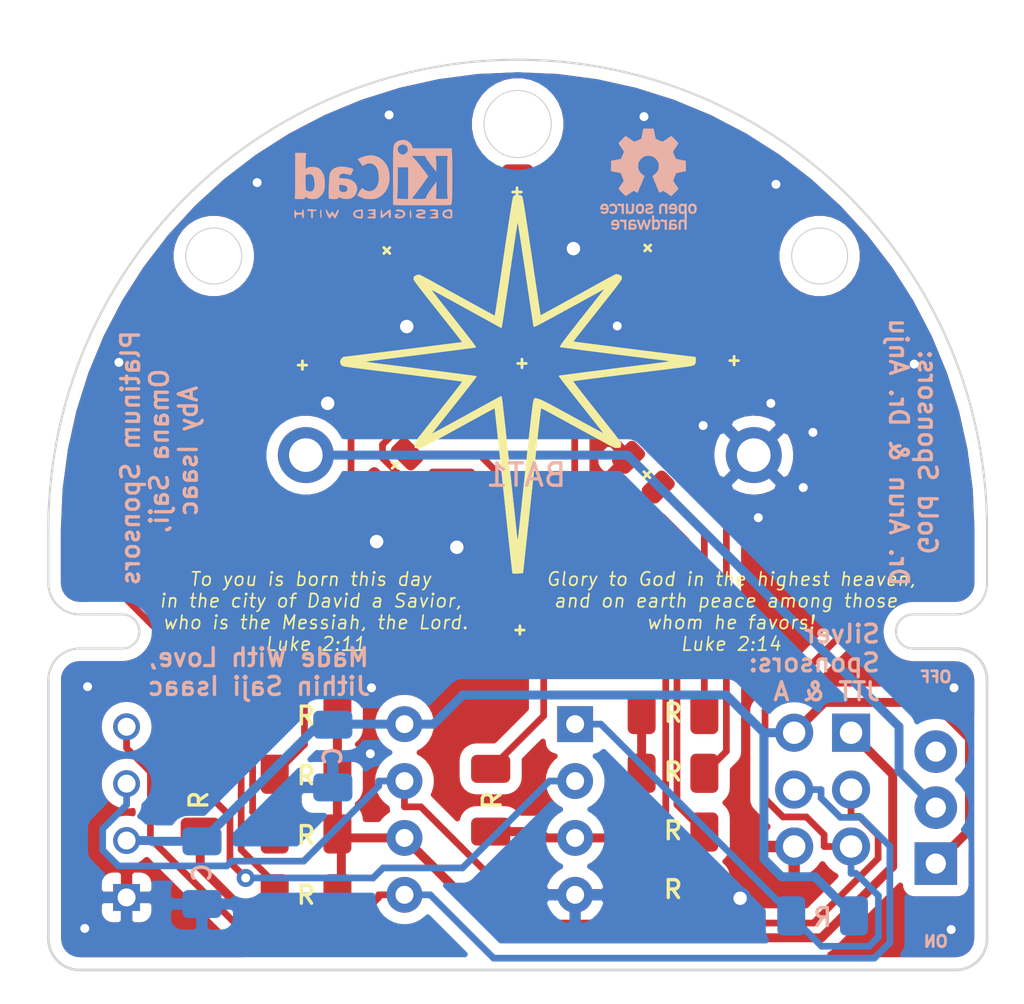
<source format=kicad_pcb>
(kicad_pcb (version 20171130) (host pcbnew "(5.1.4)-1")
  (title_block (title "Electronic Badge for Christmas Gift") (date 2019-11-25) (rev V1) (company "Don Bosco Institute of Technology") (comment 1 "Jithin Saji Isaac"))
  (layers (0 F.Cu mixed) (31 B.Cu mixed) (34 B.Paste user) (35 F.Paste user) (36 B.SilkS user) (37 F.SilkS user) (38 B.Mask user) (39 F.Mask user) (44 Edge.Cuts user))
  (net 0 "")
  (net 1 /GND)
  (net 2 /+VBAT)
  (net 3 "Net-(D1-Pad2)")
  (net 4 "Net-(D2-Pad2)")
  (net 5 "Net-(D3-Pad2)")
  (net 6 "Net-(D4-Pad2)")
  (net 7 "Net-(D5-Pad2)")
  (net 8 "Net-(D6-Pad2)")
  (net 9 "Net-(D7-Pad2)")
  (net 10 "Net-(D8-Pad2)")
  (net 11 "Net-(D9-Pad2)")
  (net 12 "Net-(D10-Pad2)")
  (net 13 +3V0)
  (net 14 /SCL)
  (net 15 /SDA)
  (net 16 /STAR_LAYER_1)
  (net 17 /STAR_LAYER_2)
  (net 18 "Net-(SW2-Pad1)")
  (net 19 /RST)
  (module JithinIsaac_Footprints:OSHW_Logo_4.3x4.5mm (layer B.Cu) (at 145.796 80.518 180)
    (fp_text reference G*** hide)
    (fp_text value LOGO hide)
  )
  (module JithinIsaac_Footprints:KiCad-Logo2_8X4mm_SilkScreen (layer B.Cu) (at 133.5532 80.514925 180)
    (fp_text reference G*** hide)
    (fp_text value LOGO hide)
  )
  (module JithinIsaac_Footprints:C_1206_3216Metric (layer B.Cu) (at 131.699 106.274 270)
    (fp_text reference C1)
    (fp_text value C (at 0 0 270) (layer B.SilkS) (effects (font (size 0.8 0.8)) (justify mirror)))
    (pad 2 smd roundrect (at 1.4 0 270) (size 1.25 1.75) (layers B.Cu B.Paste B.Mask) (roundrect_rratio 0.2) (net 1 /GND))
    (pad 1 smd roundrect (at -1.4 0 270) (size 1.25 1.75) (layers B.Cu B.Paste B.Mask) (roundrect_rratio 0.2) (net 13 +3V0))
  )
  (module JithinIsaac_Footprints:C_1206_3216Metric (layer B.Cu) (at 125.857 111.481 270)
    (fp_text reference C2)
    (fp_text value C (at 0 0 270) (layer B.SilkS) (effects (font (size 0.8 0.8)) (justify mirror)))
    (pad 2 smd roundrect (at 1.4 0 270) (size 1.25 1.75) (layers B.Cu B.Paste B.Mask) (roundrect_rratio 0.2) (net 1 /GND))
    (pad 1 smd roundrect (at -1.4 0 270) (size 1.25 1.75) (layers B.Cu B.Paste B.Mask) (roundrect_rratio 0.2) (net 13 +3V0))
  )
  (module JithinIsaac_Footprints:OLED_128x32_Module_IJS_V1 (layer F.Cu) (at 134.366 107.696)
    (fp_text reference DS1)
    (fp_text value OLED_128x32_Module_IJS_V1)
    (pad 4 thru_hole oval (at -11.8745 -2.7305 90) (size 1.2 1.2) (drill 0.8) (layers *.Cu *.Mask) (net 15 /SDA))
    (pad 3 thru_hole oval (at -11.8745 -0.1905 90) (size 1.2 1.2) (drill 0.8) (layers *.Cu *.Mask) (net 14 /SCL))
    (pad 2 thru_hole oval (at -11.8745 2.3495 90) (size 1.2 1.2) (drill 0.8) (layers *.Cu *.Mask) (net 13 +3V0))
    (pad 1 thru_hole rect (at -11.8745 4.8895 90) (size 1.2 1.2) (drill 0.8) (layers *.Cu *.Mask) (net 1 /GND))
  )
  (module JithinIsaac_Footprints:Switch_Slide_11.6x4mm_EG1218 (layer B.Cu) (at 158.623 111.075 90)
    (fp_text reference S1)
    (fp_text value EG1218)
    (pad 1 thru_hole rect (at 0 0 90) (size 1.9 1.9) (drill 0.9) (layers *.Cu *.Mask) (net 13 +3V0))
    (pad 2 thru_hole circle (at 2.5 0 90) (size 1.9 1.9) (drill 0.9) (layers *.Cu *.Mask) (net 2 /+VBAT))
    (pad 3 thru_hole circle (at 5 0 90) (size 1.9 1.9) (drill 0.9) (layers *.Cu *.Mask))
  )
  (module JithinIsaac_Footprints:Christmas_Star_16x17mm (layer F.Cu) (at 139.954 89.662)
    (fp_text reference G*** hide)
    (fp_text value LOGO hide)
  )
  (module JithinIsaac_Footprints:Battery_Holder_Coin_2032_BS-7 (layer B.Cu) (at 150.495 92.837 180)
    (fp_text reference BAT1 (at 10.16 -0.889) (layer B.SilkS) (effects (justify mirror)))
    (fp_text value BS-7)
    (pad Neg thru_hole circle (at 0 0 180) (size 2.5 2.5) (drill 1.5) (layers *.Cu *.Mask) (net 1 /GND))
    (pad Pos thru_hole circle (at 20 0 180) (size 2.5 2.5) (drill 1.5) (layers *.Cu *.Mask) (net 2 /+VBAT))
  )
  (module JithinIsaac_Footprints:SW_PUSHBUTTON_TINY_2PIN (layer F.Cu) (at 121.412 95.758 90)
    (fp_text reference SW2)
    (fp_text value SW_PUSHBUTTON hide)
    (pad 1 smd rect (at -2.04978 0 180) (size 1.39954 1.39954) (layers F.Cu F.Paste F.Mask) (net 18 "Net-(SW2-Pad1)"))
    (pad 2 smd rect (at 2.04978 0 180) (size 1.39954 1.39954) (layers F.Cu F.Paste F.Mask) (net 1 /GND))
  )
  (module JithinIsaac_Footprints:SW_PUSHBUTTON_TINY_2PIN (layer F.Cu) (at 158.623 95.631 90)
    (fp_text reference SW1)
    (fp_text value SW_PUSHBUTTON hide)
    (pad 1 smd rect (at -2.04978 0 180) (size 1.39954 1.39954) (layers F.Cu F.Paste F.Mask) (net 19 /RST))
    (pad 2 smd rect (at 2.04978 0 180) (size 1.39954 1.39954) (layers F.Cu F.Paste F.Mask) (net 1 /GND))
  )
  (module JithinIsaac_Footprints:R_1206_3216Metric (layer F.Cu) (at 125.781 108.246 270)
    (fp_text reference R1)
    (fp_text value R)
    (fp_text user R (at 0 0.0635 90) (layer F.SilkS) (effects (font (size 0.8 0.8))))
    (pad 1 smd roundrect (at -1.4 0 270) (size 1.25 1.75) (layers F.Cu F.Paste F.Mask) (roundrect_rratio 0.2) (net 4 "Net-(D2-Pad2)"))
    (pad 2 smd roundrect (at 1.4 0 270) (size 1.25 1.75) (layers F.Cu F.Paste F.Mask) (roundrect_rratio 0.2) (net 16 /STAR_LAYER_1))
  )
  (module JithinIsaac_Footprints:R_1206_3216Metric (layer F.Cu) (at 130.505 112.42)
    (fp_text reference R2)
    (fp_text value R)
    (fp_text user R (at 0 0.0635) (layer F.SilkS) (effects (font (size 0.8 0.8))))
    (pad 2 smd roundrect (at 1.4 0) (size 1.25 1.75) (layers F.Cu F.Paste F.Mask) (roundrect_rratio 0.2) (net 16 /STAR_LAYER_1))
    (pad 1 smd roundrect (at -1.4 0) (size 1.25 1.75) (layers F.Cu F.Paste F.Mask) (roundrect_rratio 0.2) (net 6 "Net-(D4-Pad2)"))
  )
  (module JithinIsaac_Footprints:R_1206_3216Metric (layer F.Cu) (at 130.505 109.753)
    (fp_text reference R3)
    (fp_text value R)
    (fp_text user R (at 0 0.0635) (layer F.SilkS) (effects (font (size 0.8 0.8))))
    (pad 2 smd roundrect (at 1.4 0) (size 1.25 1.75) (layers F.Cu F.Paste F.Mask) (roundrect_rratio 0.2) (net 16 /STAR_LAYER_1))
    (pad 1 smd roundrect (at -1.4 0) (size 1.25 1.75) (layers F.Cu F.Paste F.Mask) (roundrect_rratio 0.2) (net 8 "Net-(D6-Pad2)"))
  )
  (module JithinIsaac_Footprints:R_1206_3216Metric (layer F.Cu) (at 130.505 107.086)
    (fp_text reference R4)
    (fp_text value R)
    (fp_text user R (at 0 0.0635) (layer F.SilkS) (effects (font (size 0.8 0.8))))
    (pad 2 smd roundrect (at 1.4 0) (size 1.25 1.75) (layers F.Cu F.Paste F.Mask) (roundrect_rratio 0.2) (net 16 /STAR_LAYER_1))
    (pad 1 smd roundrect (at -1.4 0) (size 1.25 1.75) (layers F.Cu F.Paste F.Mask) (roundrect_rratio 0.2) (net 11 "Net-(D9-Pad2)"))
  )
  (module JithinIsaac_Footprints:R_1206_3216Metric (layer F.Cu) (at 130.505 104.419)
    (fp_text reference R5)
    (fp_text value R)
    (fp_text user R (at 0 0.0635) (layer F.SilkS) (effects (font (size 0.8 0.8))))
    (pad 2 smd roundrect (at 1.4 0) (size 1.25 1.75) (layers F.Cu F.Paste F.Mask) (roundrect_rratio 0.2) (net 16 /STAR_LAYER_1))
    (pad 1 smd roundrect (at -1.4 0) (size 1.25 1.75) (layers F.Cu F.Paste F.Mask) (roundrect_rratio 0.2) (net 12 "Net-(D10-Pad2)"))
  )
  (module JithinIsaac_Footprints:R_1206_3216Metric (layer F.Cu) (at 146.888 112.293 180)
    (fp_text reference R6)
    (fp_text value R)
    (fp_text user R (at 0 0.0635) (layer F.SilkS) (effects (font (size 0.8 0.8))))
    (pad 1 smd roundrect (at -1.4 0 180) (size 1.25 1.75) (layers F.Cu F.Paste F.Mask) (roundrect_rratio 0.2) (net 3 "Net-(D1-Pad2)"))
    (pad 2 smd roundrect (at 1.4 0 180) (size 1.25 1.75) (layers F.Cu F.Paste F.Mask) (roundrect_rratio 0.2) (net 17 /STAR_LAYER_2))
  )
  (module JithinIsaac_Footprints:R_1206_3216Metric (layer F.Cu) (at 146.888 109.668 180)
    (fp_text reference R7)
    (fp_text value R)
    (fp_text user R (at 0 0.0635) (layer F.SilkS) (effects (font (size 0.8 0.8))))
    (pad 1 smd roundrect (at -1.4 0 180) (size 1.25 1.75) (layers F.Cu F.Paste F.Mask) (roundrect_rratio 0.2) (net 5 "Net-(D3-Pad2)"))
    (pad 2 smd roundrect (at 1.4 0 180) (size 1.25 1.75) (layers F.Cu F.Paste F.Mask) (roundrect_rratio 0.2) (net 17 /STAR_LAYER_2))
  )
  (module JithinIsaac_Footprints:R_1206_3216Metric (layer F.Cu) (at 146.888 107.044 180)
    (fp_text reference R8)
    (fp_text value R)
    (fp_text user R (at 0 0.0635) (layer F.SilkS) (effects (font (size 0.8 0.8))))
    (pad 1 smd roundrect (at -1.4 0 180) (size 1.25 1.75) (layers F.Cu F.Paste F.Mask) (roundrect_rratio 0.2) (net 7 "Net-(D5-Pad2)"))
    (pad 2 smd roundrect (at 1.4 0 180) (size 1.25 1.75) (layers F.Cu F.Paste F.Mask) (roundrect_rratio 0.2) (net 17 /STAR_LAYER_2))
  )
  (module JithinIsaac_Footprints:R_1206_3216Metric (layer F.Cu) (at 146.888 104.419 180)
    (fp_text reference R9)
    (fp_text value R)
    (fp_text user R (at 0 0.0635) (layer F.SilkS) (effects (font (size 0.8 0.8))))
    (pad 1 smd roundrect (at -1.4 0 180) (size 1.25 1.75) (layers F.Cu F.Paste F.Mask) (roundrect_rratio 0.2) (net 9 "Net-(D7-Pad2)"))
    (pad 2 smd roundrect (at 1.4 0 180) (size 1.25 1.75) (layers F.Cu F.Paste F.Mask) (roundrect_rratio 0.2) (net 17 /STAR_LAYER_2))
  )
  (module JithinIsaac_Footprints:R_1206_3216Metric (layer F.Cu) (at 138.748 108.246 270)
    (fp_text reference R10)
    (fp_text value R)
    (fp_text user R (at -0.0009 -0.063 90) (layer F.SilkS) (effects (font (size 0.8 0.8))))
    (pad 2 smd roundrect (at 1.4 0 270) (size 1.25 1.75) (layers F.Cu F.Paste F.Mask) (roundrect_rratio 0.2) (net 17 /STAR_LAYER_2))
    (pad 1 smd roundrect (at -1.4 0 270) (size 1.25 1.75) (layers F.Cu F.Paste F.Mask) (roundrect_rratio 0.2) (net 10 "Net-(D8-Pad2)"))
  )
  (module JithinIsaac_Footprints:LED_0805_2012Metric (layer F.Cu) (at 134.366 93.4466 45)
    (fp_text reference D1)
    (fp_text value LED)
    (fp_text user + (at 0.1905 -0.0635 45) (layer F.SilkS) (effects (font (size 0.5 0.5) (thickness 0.125))))
    (pad 2 smd roundrect (at 0.9375 0 45) (size 0.975 1.4) (layers F.Cu F.Paste F.Mask) (net 3 "Net-(D1-Pad2)"))
    (pad 1 smd roundrect (at -0.9375 0 45) (size 0.975 1.4) (layers F.Cu F.Paste F.Mask) (net 1 /GND))
  )
  (module JithinIsaac_Footprints:LED_0805_2012Metric (layer F.Cu) (at 130.533 88.7222 180)
    (fp_text reference D2)
    (fp_text value LED)
    (fp_text user + (at 0.1905 -0.0635) (layer F.SilkS) (effects (font (size 0.5 0.5) (thickness 0.125))))
    (pad 1 smd roundrect (at -0.9375 0 180) (size 0.975 1.4) (layers F.Cu F.Paste F.Mask) (net 1 /GND))
    (pad 2 smd roundrect (at 0.9375 0 180) (size 0.975 1.4) (layers F.Cu F.Paste F.Mask) (net 4 "Net-(D2-Pad2)"))
  )
  (module JithinIsaac_Footprints:LED_0805_2012Metric (layer F.Cu) (at 134.313 83.7667 135)
    (fp_text reference D3)
    (fp_text value LED)
    (fp_text user + (at 0.1905 -0.0635 135) (layer F.SilkS) (effects (font (size 0.5 0.5) (thickness 0.125))))
    (pad 2 smd roundrect (at 0.9375 0 135) (size 0.975 1.4) (layers F.Cu F.Paste F.Mask) (net 5 "Net-(D3-Pad2)"))
    (pad 1 smd roundrect (at -0.9375 0 135) (size 0.975 1.4) (layers F.Cu F.Paste F.Mask) (net 1 /GND))
  )
  (module JithinIsaac_Footprints:LED_0805_2012Metric (layer F.Cu) (at 139.953 81.28 90)
    (fp_text reference D4)
    (fp_text value LED)
    (fp_text user + (at 0.1905 -0.0635 90) (layer F.SilkS) (effects (font (size 0.5 0.5) (thickness 0.125))))
    (pad 1 smd roundrect (at -0.9375 0 90) (size 0.975 1.4) (layers F.Cu F.Paste F.Mask) (net 1 /GND))
    (pad 2 smd roundrect (at 0.9375 0 90) (size 0.975 1.4) (layers F.Cu F.Paste F.Mask) (net 6 "Net-(D4-Pad2)"))
  )
  (module JithinIsaac_Footprints:LED_0805_2012Metric (layer F.Cu) (at 145.644 83.7438 45)
    (fp_text reference D5)
    (fp_text value LED)
    (fp_text user + (at 0.1905 -0.0635 45) (layer F.SilkS) (effects (font (size 0.5 0.5) (thickness 0.125))))
    (pad 2 smd roundrect (at 0.9375 0 45) (size 0.975 1.4) (layers F.Cu F.Paste F.Mask) (net 7 "Net-(D5-Pad2)"))
    (pad 1 smd roundrect (at -0.9375 0 45) (size 0.975 1.4) (layers F.Cu F.Paste F.Mask) (net 1 /GND))
  )
  (module JithinIsaac_Footprints:LED_0805_2012Metric (layer F.Cu) (at 139.954 97.028 90)
    (fp_text reference D8)
    (fp_text value LED)
    (fp_text user + (at 0.1905 -0.0635 90) (layer F.SilkS) (effects (font (size 0.5 0.5) (thickness 0.125))))
    (pad 2 smd roundrect (at 0.9375 0 90) (size 0.975 1.4) (layers F.Cu F.Paste F.Mask) (net 10 "Net-(D8-Pad2)"))
    (pad 1 smd roundrect (at -0.9375 0 90) (size 0.975 1.4) (layers F.Cu F.Paste F.Mask) (net 1 /GND))
  )
  (module JithinIsaac_Footprints:LED_0805_2012Metric (layer F.Cu) (at 139.954 88.773)
    (fp_text reference D10)
    (fp_text value LED)
    (fp_text user + (at 0.1905 -0.0635) (layer F.SilkS) (effects (font (size 0.5 0.5) (thickness 0.125))))
    (pad 2 smd roundrect (at 0.9375 0) (size 0.975 1.4) (layers F.Cu F.Paste F.Mask) (net 12 "Net-(D10-Pad2)"))
    (pad 1 smd roundrect (at -0.9375 0) (size 0.975 1.4) (layers F.Cu F.Paste F.Mask) (net 1 /GND))
  )
  (module JithinIsaac_Footprints:LED_0805_2012Metric (layer F.Cu) (at 139.954 100.457 270)
    (fp_text reference D9)
    (fp_text value LED)
    (fp_text user + (at 0.1905 -0.0635 90) (layer F.SilkS) (effects (font (size 0.5 0.5) (thickness 0.125))))
    (pad 2 smd roundrect (at 0.9375 0 270) (size 0.975 1.4) (layers F.Cu F.Paste F.Mask) (net 11 "Net-(D9-Pad2)"))
    (pad 1 smd roundrect (at -0.9375 0 270) (size 0.975 1.4) (layers F.Cu F.Paste F.Mask) (net 1 /GND))
  )
  (module JithinIsaac_Footprints:LED_0805_2012Metric (layer F.Cu) (at 145.567 93.599 315)
    (fp_text reference D7)
    (fp_text value LED)
    (fp_text user + (at 0.1905 -0.0635 135) (layer F.SilkS) (effects (font (size 0.5 0.5) (thickness 0.125))))
    (pad 2 smd roundrect (at 0.9375 0 315) (size 0.975 1.4) (layers F.Cu F.Paste F.Mask) (net 9 "Net-(D7-Pad2)"))
    (pad 1 smd roundrect (at -0.9375 0 315) (size 0.975 1.4) (layers F.Cu F.Paste F.Mask) (net 1 /GND))
  )
  (module JithinIsaac_Footprints:LED_0805_2012Metric (layer F.Cu) (at 149.426 88.646)
    (fp_text reference D6)
    (fp_text value LED)
    (fp_text user + (at 0.1905 -0.0635) (layer F.SilkS) (effects (font (size 0.5 0.5) (thickness 0.125))))
    (pad 2 smd roundrect (at 0.9375 0) (size 0.975 1.4) (layers F.Cu F.Paste F.Mask) (net 8 "Net-(D6-Pad2)"))
    (pad 1 smd roundrect (at -0.9375 0) (size 0.975 1.4) (layers F.Cu F.Paste F.Mask) (net 1 /GND))
  )
  (module JithinIsaac_Footprints:R_1206_3216Metric (layer B.Cu) (at 153.568 113.411 180)
    (fp_text reference R11)
    (fp_text value R)
    (fp_text user R (at 0 -0.0635) (layer B.SilkS) (effects (font (size 0.8 0.8)) (justify mirror)))
    (pad 1 smd roundrect (at -1.4 0 180) (size 1.25 1.75) (layers B.Cu B.Paste B.Mask) (roundrect_rratio 0.2) (net 13 +3V0))
    (pad 2 smd roundrect (at 1.4 0 180) (size 1.25 1.75) (layers B.Cu B.Paste B.Mask) (roundrect_rratio 0.2) (net 19 /RST))
  )
  (module JithinIsaac_Footprints:AVR_ISP_Pins_IJS (layer B.Cu) (at 154.838 105.232 180)
    (fp_text reference J1)
    (fp_text value AVR-ISP-6)
    (pad 6 thru_hole oval (at 2.54 -5.08 180) (size 1.7 1.7) (drill 1) (layers *.Cu *.Mask) (net 1 /GND))
    (pad 5 thru_hole oval (at 0 -5.08 180) (size 1.7 1.7) (drill 1) (layers *.Cu *.Mask) (net 19 /RST))
    (pad 4 thru_hole oval (at 2.54 -2.54 180) (size 1.7 1.7) (drill 1) (layers *.Cu *.Mask) (net 15 /SDA))
    (pad 3 thru_hole oval (at 0 -2.54 180) (size 1.7 1.7) (drill 1) (layers *.Cu *.Mask) (net 14 /SCL))
    (pad 2 thru_hole oval (at 2.54 0 180) (size 1.7 1.7) (drill 1) (layers *.Cu *.Mask) (net 13 +3V0))
    (pad 1 thru_hole rect (at 0 0 180) (size 1.7 1.7) (drill 1) (layers *.Cu *.Mask) (net 16 /STAR_LAYER_1))
  )
  (module JithinIsaac_Footprints:DIP-8_ATTiny85_W7.62mm (layer B.Cu) (at 142.519 104.849 180)
    (fp_text reference U1)
    (fp_text value ATtiny85-20PU)
    (pad 8 thru_hole oval (at 7.62 0 180) (size 1.6 1.6) (drill 0.8) (layers *.Cu *.Mask) (net 13 +3V0))
    (pad 4 thru_hole oval (at 0 -7.62 180) (size 1.6 1.6) (drill 0.8) (layers *.Cu *.Mask) (net 1 /GND))
    (pad 7 thru_hole oval (at 7.62 -2.54 180) (size 1.6 1.6) (drill 0.8) (layers *.Cu *.Mask) (net 14 /SCL))
    (pad 3 thru_hole oval (at 0 -5.08 180) (size 1.6 1.6) (drill 0.8) (layers *.Cu *.Mask) (net 17 /STAR_LAYER_2))
    (pad 6 thru_hole oval (at 7.62 -5.08 180) (size 1.6 1.6) (drill 0.8) (layers *.Cu *.Mask) (net 16 /STAR_LAYER_1))
    (pad 2 thru_hole oval (at 0 -2.54 180) (size 1.6 1.6) (drill 0.8) (layers *.Cu *.Mask) (net 18 "Net-(SW2-Pad1)"))
    (pad 5 thru_hole oval (at 7.62 -7.62 180) (size 1.6 1.6) (drill 0.8) (layers *.Cu *.Mask) (net 15 /SDA))
    (pad 1 thru_hole rect (at 0 0 180) (size 1.6 1.6) (drill 0.8) (layers *.Cu *.Mask) (net 19 /RST))
  )
  (gr_circle (center 139.9526 78.0542) (end 141.4526 78.0542) (layer Edge.Cuts) (width 0.05))
  (gr_text "Silver \nSponsors:\nJTT & A" (at 156.21 102.108) (layer B.SilkS) (effects (font (size 0.8 0.8)) (justify left mirror)))
  (gr_text "Gold Sponsors:\nDr. Arun & Dr. Anju\n" (at 157.607 92.71 270) (layer B.SilkS) (effects (font (size 0.8 0.8)) (justify mirror)))
  (gr_text "Platinum Sponsors\nOmana Saji, \nAby Isaac \n" (at 123.952 92.964 90) (layer B.SilkS) (effects (font (size 0.8 0.8)) (justify mirror)))
  (gr_text "Made With Love,\nJithin Saji Isaac" (at 128.397 102.5144) (layer B.SilkS) (effects (font (size 0.8 0.8)) (justify mirror)))
  (gr_text ON (at 158.623 114.554) (layer B.SilkS) (effects (font (size 0.5 0.5) (thickness 0.125)) (justify mirror)))
  (gr_text OFF (at 158.623 102.743) (layer B.SilkS) (effects (font (size 0.5 0.5) (thickness 0.125)) (justify mirror)))
  (gr_text "To you is born this day \nin the city of David a Savior, \nwho is the Messiah, the Lord.\nLuke 2:11" (at 130.937 99.822) (layer F.SilkS) (effects (font (size 0.6 0.6) (thickness 0.075) italic)))
  (gr_text "Glory to God in the highest heaven,\nand on earth peace among those \nwhom he favors!\nLuke 2:14" (at 149.479 99.822) (layer F.SilkS) (effects (font (size 0.6 0.6) (thickness 0.075) italic)))
  (gr_circle (center 153.436 83.947) (end 154.686 83.947) (layer Edge.Cuts) (width 0.05))
  (gr_circle (center 126.385 83.947) (end 127.635 83.947) (layer Edge.Cuts) (width 0.05))
  (gr_line (start 160.909 98.552) (end 160.909 96.139) (layer Edge.Cuts) (width 0.1))
  (gr_arc (start 139.954 96.139) (end 160.909 96.139) (angle -180) (layer Edge.Cuts) (width 0.1))
  (gr_line (start 122.301 99.949) (end 120.396 99.949) (layer Edge.Cuts) (width 0.1))
  (gr_line (start 120.396 101.473) (end 122.301 101.473) (layer Edge.Cuts) (width 0.1))
  (gr_arc (start 157.607 100.711) (end 157.607 99.949) (angle -180) (layer Edge.Cuts) (width 0.1))
  (gr_arc (start 122.301 100.711) (end 122.301 101.473) (angle -180) (layer Edge.Cuts) (width 0.1))
  (gr_arc (start 159.512 98.552) (end 159.512 99.949) (angle -90) (layer Edge.Cuts) (width 0.1))
  (gr_arc (start 120.396 98.552) (end 118.999 98.552) (angle -90) (layer Edge.Cuts) (width 0.1))
  (gr_arc (start 159.512 102.87) (end 159.512 101.473) (angle 90) (layer Edge.Cuts) (width 0.12))
  (gr_arc (start 159.512 114.427) (end 160.909 114.427) (angle 90) (layer Edge.Cuts) (width 0.12))
  (gr_arc (start 120.396 114.427) (end 120.396 115.824) (angle 90) (layer Edge.Cuts) (width 0.12))
  (gr_arc (start 120.396 102.87) (end 120.396 101.473) (angle -90) (layer Edge.Cuts) (width 0.1))
  (gr_line (start 159.512 99.949) (end 157.607 99.949) (layer Edge.Cuts) (width 0.1))
  (gr_line (start 118.999 98.552) (end 118.999 96.139) (layer Edge.Cuts) (width 0.1))
  (gr_line (start 159.512 101.473) (end 157.607 101.473) (layer Edge.Cuts) (width 0.12))
  (gr_line (start 160.909 114.427) (end 160.909 102.87) (layer Edge.Cuts) (width 0.12))
  (gr_line (start 120.396 115.824) (end 159.512 115.824) (layer Edge.Cuts) (width 0.12))
  (gr_line (start 118.999 102.87) (end 118.999 114.427) (layer Edge.Cuts) (width 0.12))
  (via (at 135.001 87.0966) (size 1) (drill 0.6) (layers F.Cu B.Cu) (net 1))
  (via (at 133.6548 96.6978) (size 1) (drill 0.6) (layers F.Cu B.Cu) (net 1))
  (via (at 142.4432 83.6168) (size 1) (drill 0.6) (layers F.Cu B.Cu) (net 1))
  (via (at 137.2362 96.9518) (size 1) (drill 0.6) (layers F.Cu B.Cu) (net 1))
  (via (at 133.3754 106.172) (size 0.8) (drill 0.4) (layers F.Cu B.Cu) (net 1))
  (via (at 133.4262 103.2256) (size 0.8) (drill 0.4) (layers F.Cu B.Cu) (net 1))
  (segment (start 133.4262 106.1212) (end 133.3754 106.172) (width 0.35) (layer F.Cu) (net 1))
  (segment (start 133.4262 103.2256) (end 133.4262 106.1212) (width 0.35) (layer F.Cu) (net 1))
  (segment (start 133.6548 94.1578) (end 133.703087 94.109513) (width 0.35) (layer F.Cu) (net 1))
  (segment (start 133.6548 96.6978) (end 133.6548 94.1578) (width 0.35) (layer F.Cu) (net 1))
  (via (at 149.8854 112.6236) (size 1) (drill 0.6) (layers F.Cu B.Cu) (net 1))
  (via (at 131.4704 90.5256) (size 1) (drill 0.6) (layers F.Cu B.Cu) (net 1))
  (via (at 128.3208 80.6704) (size 0.8) (drill 0.4) (layers F.Cu B.Cu) (net 1))
  (via (at 134.2136 77.6478) (size 0.8) (drill 0.4) (layers F.Cu B.Cu) (net 1))
  (via (at 122.1486 88.6968) (size 0.8) (drill 0.4) (layers F.Cu B.Cu) (net 1))
  (via (at 120.7516 103.1748) (size 0.8) (drill 0.4) (layers F.Cu B.Cu) (net 1))
  (via (at 120.6246 113.9698) (size 0.8) (drill 0.4) (layers F.Cu B.Cu) (net 1))
  (via (at 157.6578 88.773) (size 0.8) (drill 0.4) (layers F.Cu B.Cu) (net 1))
  (via (at 145.5928 77.724) (size 0.8) (drill 0.4) (layers F.Cu B.Cu) (net 1))
  (via (at 151.4856 80.7466) (size 0.8) (drill 0.4) (layers F.Cu B.Cu) (net 1))
  (via (at 159.4358 103.2256) (size 0.8) (drill 0.4) (layers F.Cu B.Cu) (net 1))
  (via (at 159.3088 114.0206) (size 0.8) (drill 0.4) (layers F.Cu B.Cu) (net 1))
  (via (at 144.399 87.0712) (size 0.8) (drill 0.4) (layers F.Cu B.Cu) (net 1))
  (via (at 150.6982 95.631) (size 0.8) (drill 0.4) (layers F.Cu B.Cu) (net 1))
  (via (at 152.7048 94.2848) (size 0.8) (drill 0.4) (layers F.Cu B.Cu) (net 1))
  (via (at 153.1366 91.821) (size 0.8) (drill 0.4) (layers F.Cu B.Cu) (net 1))
  (via (at 151.257 90.5256) (size 0.8) (drill 0.4) (layers F.Cu B.Cu) (net 1))
  (via (at 148.2344 91.5162) (size 0.8) (drill 0.4) (layers F.Cu B.Cu) (net 1))
  (segment (start 130.495 92.837) (end 144.8527 92.837) (width 0.4) (layer B.Cu) (net 2))
  (segment (start 144.8527 92.837) (end 156.9798 104.9641) (width 0.4) (layer B.Cu) (net 2))
  (segment (start 156.9798 104.9641) (end 156.9798 106.9318) (width 0.4) (layer B.Cu) (net 2))
  (segment (start 156.9798 106.9318) (end 158.623 108.575) (width 0.4) (layer B.Cu) (net 2))
  (segment (start 135.0289 92.7837) (end 138.2127 92.7837) (width 0.3) (layer F.Cu) (net 3))
  (segment (start 138.2127 92.7837) (end 146.5644 101.1354) (width 0.3) (layer F.Cu) (net 3))
  (segment (start 146.5644 101.1354) (end 146.5644 110.5694) (width 0.3) (layer F.Cu) (net 3))
  (segment (start 146.5644 110.5694) (end 148.288 112.293) (width 0.3) (layer F.Cu) (net 3))
  (segment (start 129.5955 88.7222) (end 125.781 92.5367) (width 0.3) (layer F.Cu) (net 4))
  (segment (start 125.781 92.5367) (end 125.781 106.846) (width 0.3) (layer F.Cu) (net 4))
  (segment (start 133.6501 83.1038) (end 136.7756 83.1038) (width 0.3) (layer F.Cu) (net 5))
  (segment (start 136.7756 83.1038) (end 142.5006 88.8288) (width 0.3) (layer F.Cu) (net 5))
  (segment (start 142.5006 88.8288) (end 142.5006 94.4403) (width 0.3) (layer F.Cu) (net 5))
  (segment (start 142.5006 94.4403) (end 147.0648 99.0045) (width 0.3) (layer F.Cu) (net 5))
  (segment (start 147.0648 99.0045) (end 147.0648 108.4448) (width 0.3) (layer F.Cu) (net 5))
  (segment (start 147.0648 108.4448) (end 148.288 109.668) (width 0.3) (layer F.Cu) (net 5))
  (segment (start 130.5183 84.2857) (end 134.4615 80.3425) (width 0.3) (layer F.Cu) (net 6))
  (segment (start 134.4615 80.3425) (end 139.953 80.3425) (width 0.3) (layer F.Cu) (net 6))
  (segment (start 127.6085 92.5841) (end 130.5183 89.6743) (width 0.3) (layer F.Cu) (net 6))
  (segment (start 127.6085 110.4548) (end 127.6085 92.5841) (width 0.3) (layer F.Cu) (net 6))
  (segment (start 129.105 111.9513) (end 127.6085 110.4548) (width 0.3) (layer F.Cu) (net 6))
  (segment (start 129.105 112.42) (end 129.105 111.9513) (width 0.3) (layer F.Cu) (net 6))
  (segment (start 130.5183 89.6743) (end 130.5183 84.2857) (width 0.3) (layer F.Cu) (net 6))
  (segment (start 146.3069 83.0809) (end 146.3069 92.2761) (width 0.3) (layer F.Cu) (net 7))
  (segment (start 146.3069 92.2761) (end 149.2713 95.2405) (width 0.3) (layer F.Cu) (net 7))
  (segment (start 149.2713 95.2405) (end 149.2713 106.0607) (width 0.3) (layer F.Cu) (net 7))
  (segment (start 149.2713 106.0607) (end 148.288 107.044) (width 0.3) (layer F.Cu) (net 7))
  (segment (start 150.3635 88.646) (end 150.3635 85.9282) (width 0.3) (layer F.Cu) (net 8))
  (segment (start 150.3635 85.9282) (end 145.7013 81.266) (width 0.3) (layer F.Cu) (net 8))
  (segment (start 145.7013 81.266) (end 134.2736 81.266) (width 0.3) (layer F.Cu) (net 8))
  (segment (start 134.2736 81.266) (end 132.514 83.0256) (width 0.3) (layer F.Cu) (net 8))
  (segment (start 132.514 83.0256) (end 132.514 96.9521) (width 0.3) (layer F.Cu) (net 8))
  (segment (start 132.514 96.9521) (end 128.1188 101.3473) (width 0.3) (layer F.Cu) (net 8))
  (segment (start 128.1188 101.3473) (end 128.1188 108.7668) (width 0.3) (layer F.Cu) (net 8))
  (segment (start 128.1188 108.7668) (end 129.105 109.753) (width 0.3) (layer F.Cu) (net 8))
  (segment (start 146.2299 94.2619) (end 148.288 96.32) (width 0.3) (layer F.Cu) (net 9))
  (segment (start 148.288 96.32) (end 148.288 104.419) (width 0.3) (layer F.Cu) (net 9))
  (segment (start 139.954 96.0905) (end 141.1144 97.2509) (width 0.3) (layer F.Cu) (net 10))
  (segment (start 141.1144 97.2509) (end 141.1144 104.4796) (width 0.3) (layer F.Cu) (net 10))
  (segment (start 141.1144 104.4796) (end 138.748 106.846) (width 0.3) (layer F.Cu) (net 10))
  (segment (start 139.954 101.3945) (end 132.9085 101.3945) (width 0.3) (layer F.Cu) (net 11))
  (segment (start 132.9085 101.3945) (end 130.4343 103.8687) (width 0.3) (layer F.Cu) (net 11))
  (segment (start 130.4343 103.8687) (end 130.4343 105.7567) (width 0.3) (layer F.Cu) (net 11))
  (segment (start 130.4343 105.7567) (end 129.105 107.086) (width 0.3) (layer F.Cu) (net 11))
  (segment (start 140.8915 88.773) (end 138.1136 91.5509) (width 0.3) (layer F.Cu) (net 12))
  (segment (start 138.1136 91.5509) (end 134.7361 91.5509) (width 0.3) (layer F.Cu) (net 12))
  (segment (start 134.7361 91.5509) (end 133.9193 92.3677) (width 0.3) (layer F.Cu) (net 12))
  (segment (start 133.9193 92.3677) (end 133.9193 92.9663) (width 0.3) (layer F.Cu) (net 12))
  (segment (start 133.9193 92.9663) (end 134.8955 93.9425) (width 0.3) (layer F.Cu) (net 12))
  (segment (start 134.8955 93.9425) (end 134.8955 98.6285) (width 0.3) (layer F.Cu) (net 12))
  (segment (start 134.8955 98.6285) (end 129.105 104.419) (width 0.3) (layer F.Cu) (net 12))
  (segment (start 150.9477 105.232) (end 150.9477 110.8714) (width 0.4) (layer B.Cu) (net 13))
  (segment (start 150.9477 110.8714) (end 151.7387 111.6624) (width 0.4) (layer B.Cu) (net 13))
  (segment (start 151.7387 111.6624) (end 153.2194 111.6624) (width 0.4) (layer B.Cu) (net 13))
  (segment (start 153.2194 111.6624) (end 154.968 113.411) (width 0.4) (layer B.Cu) (net 13))
  (segment (start 136.1993 104.849) (end 137.4997 103.5486) (width 0.4) (layer B.Cu) (net 13))
  (segment (start 137.4997 103.5486) (end 149.2643 103.5486) (width 0.4) (layer B.Cu) (net 13))
  (segment (start 149.2643 103.5486) (end 150.9477 105.232) (width 0.4) (layer B.Cu) (net 13))
  (segment (start 134.899 104.849) (end 136.1993 104.849) (width 0.4) (layer B.Cu) (net 13))
  (segment (start 131.699 104.874) (end 131.724 104.849) (width 0.4) (layer B.Cu) (net 13))
  (segment (start 131.724 104.849) (end 134.899 104.849) (width 0.4) (layer B.Cu) (net 13))
  (segment (start 152.298 105.232) (end 150.9477 105.232) (width 0.4) (layer B.Cu) (net 13))
  (segment (start 152.298 105.232) (end 153.6512 103.8788) (width 0.4) (layer F.Cu) (net 13))
  (segment (start 153.6512 103.8788) (end 158.523 103.8788) (width 0.4) (layer F.Cu) (net 13))
  (segment (start 158.523 103.8788) (end 160.1264 105.4822) (width 0.4) (layer F.Cu) (net 13))
  (segment (start 160.1264 105.4822) (end 160.1264 109.5716) (width 0.4) (layer F.Cu) (net 13))
  (segment (start 160.1264 109.5716) (end 158.623 111.075) (width 0.4) (layer F.Cu) (net 13))
  (segment (start 131.699 104.874) (end 131.064 104.874) (width 0.4) (layer B.Cu) (net 13))
  (segment (start 131.064 104.874) (end 125.857 110.081) (width 0.4) (layer B.Cu) (net 13))
  (segment (start 123.5918 110.0455) (end 123.6273 110.081) (width 0.4) (layer B.Cu) (net 13))
  (segment (start 123.6273 110.081) (end 125.857 110.081) (width 0.4) (layer B.Cu) (net 13))
  (segment (start 122.4915 110.0455) (end 123.5918 110.0455) (width 0.4) (layer B.Cu) (net 13))
  (segment (start 154.838 107.772) (end 154.838 108.9723) (width 0.3) (layer F.Cu) (net 14))
  (segment (start 134.899 107.389) (end 134.899 108.5393) (width 0.3) (layer F.Cu) (net 14))
  (segment (start 134.899 108.5393) (end 135.6277 108.5393) (width 0.3) (layer F.Cu) (net 14))
  (segment (start 135.6277 108.5393) (end 140.8189 113.7305) (width 0.3) (layer F.Cu) (net 14))
  (segment (start 140.8189 113.7305) (end 153.1586 113.7305) (width 0.3) (layer F.Cu) (net 14))
  (segment (start 153.1586 113.7305) (end 156.0464 110.8427) (width 0.3) (layer F.Cu) (net 14))
  (segment (start 156.0464 110.8427) (end 156.0464 109.8077) (width 0.3) (layer F.Cu) (net 14))
  (segment (start 156.0464 109.8077) (end 155.211 108.9723) (width 0.3) (layer F.Cu) (net 14))
  (segment (start 155.211 108.9723) (end 154.838 108.9723) (width 0.3) (layer F.Cu) (net 14))
  (segment (start 133.7487 107.389) (end 133.7487 107.6146) (width 0.3) (layer B.Cu) (net 14))
  (segment (start 133.7487 107.6146) (end 130.3973 110.966) (width 0.3) (layer B.Cu) (net 14))
  (segment (start 130.3973 110.966) (end 127.1821 110.966) (width 0.3) (layer B.Cu) (net 14))
  (segment (start 127.1821 110.966) (end 126.9692 111.1789) (width 0.3) (layer B.Cu) (net 14))
  (segment (start 126.9692 111.1789) (end 122.1288 111.1789) (width 0.3) (layer B.Cu) (net 14))
  (segment (start 122.1288 111.1789) (end 121.4245 110.4746) (width 0.3) (layer B.Cu) (net 14))
  (segment (start 121.4245 110.4746) (end 121.4245 109.5228) (width 0.3) (layer B.Cu) (net 14))
  (segment (start 121.4245 109.5228) (end 122.4915 108.4558) (width 0.3) (layer B.Cu) (net 14))
  (segment (start 122.4915 107.5055) (end 122.4915 108.4558) (width 0.3) (layer B.Cu) (net 14))
  (segment (start 134.899 107.389) (end 133.7487 107.389) (width 0.3) (layer B.Cu) (net 14))
  (segment (start 134.899 112.469) (end 133.7487 112.469) (width 0.3) (layer F.Cu) (net 15))
  (segment (start 122.4915 104.9655) (end 122.4915 105.9158) (width 0.3) (layer F.Cu) (net 15))
  (segment (start 122.4915 105.9158) (end 123.5568 106.9811) (width 0.3) (layer F.Cu) (net 15))
  (segment (start 123.5568 106.9811) (end 123.5568 109.9597) (width 0.3) (layer F.Cu) (net 15))
  (segment (start 123.5568 109.9597) (end 128.0852 114.4881) (width 0.3) (layer F.Cu) (net 15))
  (segment (start 128.0852 114.4881) (end 131.8488 114.4881) (width 0.3) (layer F.Cu) (net 15))
  (segment (start 131.8488 114.4881) (end 133.7487 112.5882) (width 0.3) (layer F.Cu) (net 15))
  (segment (start 133.7487 112.5882) (end 133.7487 112.469) (width 0.3) (layer F.Cu) (net 15))
  (segment (start 152.298 107.772) (end 153.4983 107.772) (width 0.3) (layer B.Cu) (net 15))
  (segment (start 134.899 112.469) (end 136.0493 112.469) (width 0.3) (layer B.Cu) (net 15))
  (segment (start 136.0493 112.469) (end 138.8782 115.2979) (width 0.3) (layer B.Cu) (net 15))
  (segment (start 138.8782 115.2979) (end 155.8791 115.2979) (width 0.3) (layer B.Cu) (net 15))
  (segment (start 155.8791 115.2979) (end 156.5706 114.6064) (width 0.3) (layer B.Cu) (net 15))
  (segment (start 156.5706 114.6064) (end 156.5706 110.302) (width 0.3) (layer B.Cu) (net 15))
  (segment (start 156.5706 110.302) (end 155.2802 109.0116) (width 0.3) (layer B.Cu) (net 15))
  (segment (start 155.2802 109.0116) (end 154.3648 109.0116) (width 0.3) (layer B.Cu) (net 15))
  (segment (start 154.3648 109.0116) (end 153.4983 108.1451) (width 0.3) (layer B.Cu) (net 15))
  (segment (start 153.4983 108.1451) (end 153.4983 107.772) (width 0.3) (layer B.Cu) (net 15))
  (segment (start 134.899 109.929) (end 139.3575 114.3875) (width 0.4) (layer F.Cu) (net 16))
  (segment (start 139.3575 114.3875) (end 153.5177 114.3875) (width 0.4) (layer F.Cu) (net 16))
  (segment (start 153.5177 114.3875) (end 156.6968 111.2084) (width 0.4) (layer F.Cu) (net 16))
  (segment (start 156.6968 111.2084) (end 156.6968 107.0908) (width 0.4) (layer F.Cu) (net 16))
  (segment (start 156.6968 107.0908) (end 154.838 105.232) (width 0.4) (layer F.Cu) (net 16))
  (segment (start 132.081 109.929) (end 134.899 109.929) (width 0.4) (layer F.Cu) (net 16))
  (segment (start 132.081 109.929) (end 131.905 109.753) (width 0.4) (layer F.Cu) (net 16))
  (segment (start 132.081 109.929) (end 132.081 112.244) (width 0.4) (layer F.Cu) (net 16))
  (segment (start 132.081 112.244) (end 131.905 112.42) (width 0.4) (layer F.Cu) (net 16))
  (segment (start 125.781 109.646) (end 125.781 111.2371) (width 0.4) (layer F.Cu) (net 16))
  (segment (start 125.781 111.2371) (end 128.3795 113.8356) (width 0.4) (layer F.Cu) (net 16))
  (segment (start 128.3795 113.8356) (end 130.4894 113.8356) (width 0.4) (layer F.Cu) (net 16))
  (segment (start 130.4894 113.8356) (end 131.905 112.42) (width 0.4) (layer F.Cu) (net 16))
  (segment (start 131.905 104.419) (end 131.905 107.086) (width 0.4) (layer F.Cu) (net 16))
  (segment (start 131.905 107.086) (end 131.905 109.753) (width 0.4) (layer F.Cu) (net 16))
  (segment (start 145.488 109.668) (end 145.488 107.044) (width 0.4) (layer F.Cu) (net 17))
  (segment (start 145.227 109.929) (end 145.488 109.668) (width 0.4) (layer F.Cu) (net 17))
  (segment (start 142.519 109.929) (end 141.2187 109.929) (width 0.4) (layer F.Cu) (net 17))
  (segment (start 141.2187 109.929) (end 140.9357 109.646) (width 0.4) (layer F.Cu) (net 17))
  (segment (start 140.9357 109.646) (end 138.748 109.646) (width 0.4) (layer F.Cu) (net 17))
  (segment (start 142.519 109.929) (end 145.227 109.929) (width 0.4) (layer F.Cu) (net 17))
  (segment (start 145.227 109.929) (end 145.227 112.032) (width 0.4) (layer F.Cu) (net 17))
  (segment (start 145.227 112.032) (end 145.488 112.293) (width 0.4) (layer F.Cu) (net 17))
  (segment (start 145.488 104.419) (end 145.488 107.044) (width 0.4) (layer F.Cu) (net 17))
  (segment (start 142.519 107.389) (end 141.3687 107.389) (width 0.3) (layer B.Cu) (net 18))
  (segment (start 121.412 97.8078) (end 121.412 98.8579) (width 0.3) (layer F.Cu) (net 18))
  (segment (start 121.412 98.8579) (end 122.0683 98.8579) (width 0.3) (layer F.Cu) (net 18))
  (segment (start 122.0683 98.8579) (end 124.4101 101.1997) (width 0.3) (layer F.Cu) (net 18))
  (segment (start 124.4101 101.1997) (end 124.4101 107.3482) (width 0.3) (layer F.Cu) (net 18))
  (segment (start 124.4101 107.3482) (end 125.2372 108.1753) (width 0.3) (layer F.Cu) (net 18))
  (segment (start 125.2372 108.1753) (end 126.3287 108.1753) (width 0.3) (layer F.Cu) (net 18))
  (segment (start 126.3287 108.1753) (end 127.1078 108.9544) (width 0.3) (layer F.Cu) (net 18))
  (segment (start 127.1078 108.9544) (end 127.1078 111.0152) (width 0.3) (layer F.Cu) (net 18))
  (segment (start 127.1078 111.0152) (end 127.8089 111.7163) (width 0.3) (layer F.Cu) (net 18))
  (segment (start 141.3687 107.389) (end 137.488 111.2697) (width 0.3) (layer B.Cu) (net 18))
  (segment (start 137.488 111.2697) (end 133.9454 111.2697) (width 0.3) (layer B.Cu) (net 18))
  (segment (start 133.9454 111.2697) (end 133.4988 111.7163) (width 0.3) (layer B.Cu) (net 18))
  (segment (start 133.4988 111.7163) (end 127.8089 111.7163) (width 0.3) (layer B.Cu) (net 18))
  (via (at 127.8089 111.7163) (size 0.8) (layers F.Cu B.Cu) (net 18))
  (segment (start 158.623 97.6808) (end 157.5729 97.6808) (width 0.3) (layer F.Cu) (net 19))
  (segment (start 154.838 110.312) (end 153.6377 110.312) (width 0.3) (layer F.Cu) (net 19))
  (segment (start 153.6377 110.312) (end 153.6377 109.7869) (width 0.3) (layer F.Cu) (net 19))
  (segment (start 153.6377 109.7869) (end 152.8428 108.992) (width 0.3) (layer F.Cu) (net 19))
  (segment (start 152.8428 108.992) (end 151.7995 108.992) (width 0.3) (layer F.Cu) (net 19))
  (segment (start 151.7995 108.992) (end 150.9975 108.19) (width 0.3) (layer F.Cu) (net 19))
  (segment (start 150.9975 108.19) (end 150.9975 104.2562) (width 0.3) (layer F.Cu) (net 19))
  (segment (start 150.9975 104.2562) (end 157.5729 97.6808) (width 0.3) (layer F.Cu) (net 19))
  (segment (start 143.6693 104.849) (end 152.168 113.3477) (width 0.3) (layer B.Cu) (net 19))
  (segment (start 152.168 113.3477) (end 152.168 113.411) (width 0.3) (layer B.Cu) (net 19))
  (segment (start 154.838 110.312) (end 154.838 111.5123) (width 0.3) (layer B.Cu) (net 19))
  (segment (start 154.838 111.5123) (end 155.0631 111.5123) (width 0.3) (layer B.Cu) (net 19))
  (segment (start 155.0631 111.5123) (end 156.0596 112.5088) (width 0.3) (layer B.Cu) (net 19))
  (segment (start 156.0596 112.5088) (end 156.0596 114.3489) (width 0.3) (layer B.Cu) (net 19))
  (segment (start 156.0596 114.3489) (end 155.6416 114.7669) (width 0.3) (layer B.Cu) (net 19))
  (segment (start 155.6416 114.7669) (end 153.5239 114.7669) (width 0.3) (layer B.Cu) (net 19))
  (segment (start 153.5239 114.7669) (end 152.168 113.411) (width 0.3) (layer B.Cu) (net 19))
  (segment (start 142.519 104.849) (end 143.6693 104.849) (width 0.3) (layer B.Cu) (net 19))
  (zone (net 1) (net_name /GND) (layer F.Cu) (connect_pads (clearance 0.508)) (min_thickness 0.254) (fill yes (arc_segments 32) (thermal_gap 0.508) (thermal_bridge_width 0.508))
    (polygon (pts (xy 118.237 73.533) (xy 161.925 73.533) (xy 161.925 116.713) (xy 118.237 116.713) (xy 118.237 76.454)))
  )
  (zone (net 1) (net_name /GND) (layer B.Cu) (connect_pads (clearance 0.508)) (min_thickness 0.254) (fill yes (arc_segments 32) (thermal_gap 0.508) (thermal_bridge_width 0.508))
    (polygon (pts (xy 116.84 72.517) (xy 162.56 72.517) (xy 162.56 117.221) (xy 116.84 117.348)))
  )
)
</source>
